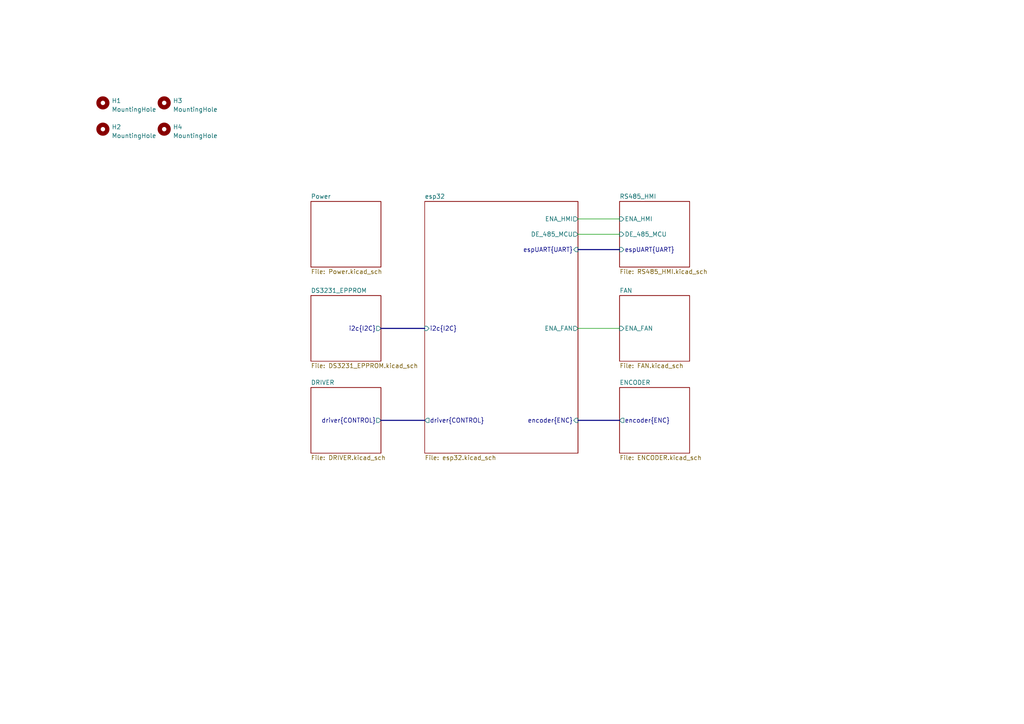
<source format=kicad_sch>
(kicad_sch (version 20230121) (generator eeschema)
  (paper "A4")
  (lib_symbols
    (symbol "Mechanical:MountingHole" (pin_names (offset 1.016))
      (property "Reference" "H" (at 0 5.08 0))
      (property "Value" "MountingHole" (at 0 3.175 0))
      (symbol "MountingHole_0_1"
        (circle (center 0 0) (radius 1.27) (stroke (width 1.27)))
      )
    )
    (symbol "MountingHole_1" (pin_names (offset 1.016))
      (property "Reference" "H" (at 0 5.08 0))
      (property "Value" "MountingHole" (at 0 3.175 0))
      (symbol "MountingHole_1_0_1"
        (circle (center 0 0) (radius 1.27) (stroke (width 1.27)))
      )
    )
  )
  (bus_alias "ENC" (members "A" "B"))
  (bus_alias "I2C" (members "SDA" "SCL"))
  (bus_alias "CONTROL" (members "ENA" "PUL" "DIR"))
  (bus_alias "UART" (members "TX" "RX"))
  (wire (pts (xy 167.64 95.25) (xy 179.705 95.25)))
  (wire (pts (xy 167.64 67.945) (xy 179.705 67.945)))
  (wire (pts (xy 167.64 63.5) (xy 179.705 63.5)))
  (bus (pts (xy 110.49 95.25) (xy 123.19 95.25)))
  (bus (pts (xy 167.64 72.39) (xy 179.705 72.39)))
  (bus (pts (xy 110.49 121.92) (xy 123.19 121.92)))
  (bus (pts (xy 167.64 121.92) (xy 179.705 121.92)))
  (symbol (lib_id "Mechanical:MountingHole") (at 47.625 37.465 0) (unit 1)
    (property "Reference" "H4" (at 50.165 36.83 0) (effects (justify left)))
    (property "Value" "MountingHole" (at 50.165 39.37 0) (effects (justify left)))
    (property "Footprint" "IVS_FOOTPRINTS:MountingHole_3.2mm_M3_Pad_Via" (effects hide))
  )
  (symbol (lib_name "MountingHole_1") (lib_id "Mechanical:MountingHole") (at 29.845 29.845 0) (unit 1)
    (property "Reference" "H1" (at 32.385 29.21 0) (effects (justify left)))
    (property "Value" "MountingHole" (at 32.385 31.75 0) (effects (justify left)))
    (property "Footprint" "IVS_FOOTPRINTS:MountingHole_3.2mm_M3_Pad_Via" (effects hide))
  )
  (symbol (lib_id "Mechanical:MountingHole") (at 29.845 37.465 0) (unit 1)
    (property "Reference" "H2" (at 32.385 36.83 0) (effects (justify left)))
    (property "Value" "MountingHole" (at 32.385 39.37 0) (effects (justify left)))
    (property "Footprint" "IVS_FOOTPRINTS:MountingHole_3.2mm_M3_Pad_Via" (effects hide))
  )
  (symbol (lib_id "Mechanical:MountingHole") (at 47.625 29.845 0) (unit 1)
    (property "Reference" "H3" (at 50.165 29.21 0) (effects (justify left)))
    (property "Value" "MountingHole" (at 50.165 31.75 0) (effects (justify left)))
    (property "Footprint" "IVS_FOOTPRINTS:MountingHole_3.2mm_M3_Pad_Via" (effects hide))
  )
  (sheet (at 90.17 58.42) (size 20.32 19.05) (stroke (width 0.1524))
    (property "Sheetname" "Power" (at 90.17 57.7084 0) (effects (justify left bottom)))
    (property "Sheetfile" "Power.kicad_sch" (at 90.17 78.0546 0) (effects (justify left top)))
  )
  (sheet (at 90.17 85.725) (size 20.32 19.05) (stroke (width 0.1524))
    (property "Sheetname" "DS3231_EPPROM" (at 90.17 85.0134 0) (effects (justify left bottom)))
    (property "Sheetfile" "DS3231_EPPROM.kicad_sch" (at 90.17 105.3596 0) (effects (justify left top)))
    (pin "i2c{I2C}" output (at 110.49 95.25 0))
  )
  (sheet (at 90.17 112.395) (size 20.32 19.05) (stroke (width 0.1524))
    (property "Sheetname" "DRIVER" (at 90.17 111.6834 0) (effects (justify left bottom)))
    (property "Sheetfile" "DRIVER.kicad_sch" (at 90.17 132.0296 0) (effects (justify left top)))
    (pin "driver{CONTROL}" output (at 110.49 121.92 0))
  )
  (sheet (at 179.705 112.395) (size 20.32 19.05) (stroke (width 0.1524))
    (property "Sheetname" "ENCODER" (at 179.705 111.6834 0) (effects (justify left bottom)))
    (property "Sheetfile" "ENCODER.kicad_sch" (at 179.705 132.0296 0) (effects (justify left top)))
    (pin "encoder{ENC}" output (at 179.705 121.92 180))
  )
  (sheet (at 179.705 58.42) (size 20.32 19.05) (stroke (width 0.1524))
    (property "Sheetname" "RS485_HMI" (at 179.705 57.7084 0) (effects (justify left bottom)))
    (property "Sheetfile" "RS485_HMI.kicad_sch" (at 179.705 78.0546 0) (effects (justify left top)))
    (pin "ENA_HMI" input (at 179.705 63.5 180))
    (pin "DE_485_MCU" input (at 179.705 67.945 180))
    (pin "espUART{UART}" input (at 179.705 72.39 180))
  )
  (sheet (at 179.705 85.725) (size 20.32 19.05) (stroke (width 0.1524))
    (property "Sheetname" "FAN" (at 179.705 85.0134 0) (effects (justify left bottom)))
    (property "Sheetfile" "FAN.kicad_sch" (at 179.705 105.3596 0) (effects (justify left top)))
    (pin "ENA_FAN" input (at 179.705 95.25 180))
  )
  (sheet (at 123.19 58.42) (size 44.45 73.025) (stroke (width 0.1524))
    (property "Sheetname" "esp32" (at 123.19 57.7084 0) (effects (justify left bottom)))
    (property "Sheetfile" "esp32.kicad_sch" (at 123.19 132.0296 0) (effects (justify left top)))
    (pin "DE_485_MCU" output (at 167.64 67.945 0))
    (pin "ENA_HMI" output (at 167.64 63.5 0))
    (pin "ENA_FAN" output (at 167.64 95.25 0))
    (pin "encoder{ENC}" input (at 167.64 121.92 0))
    (pin "driver{CONTROL}" output (at 123.19 121.92 180))
    (pin "i2c{I2C}" input (at 123.19 95.25 180))
    (pin "espUART{UART}" input (at 167.64 72.39 0))
  )
)
</source>
